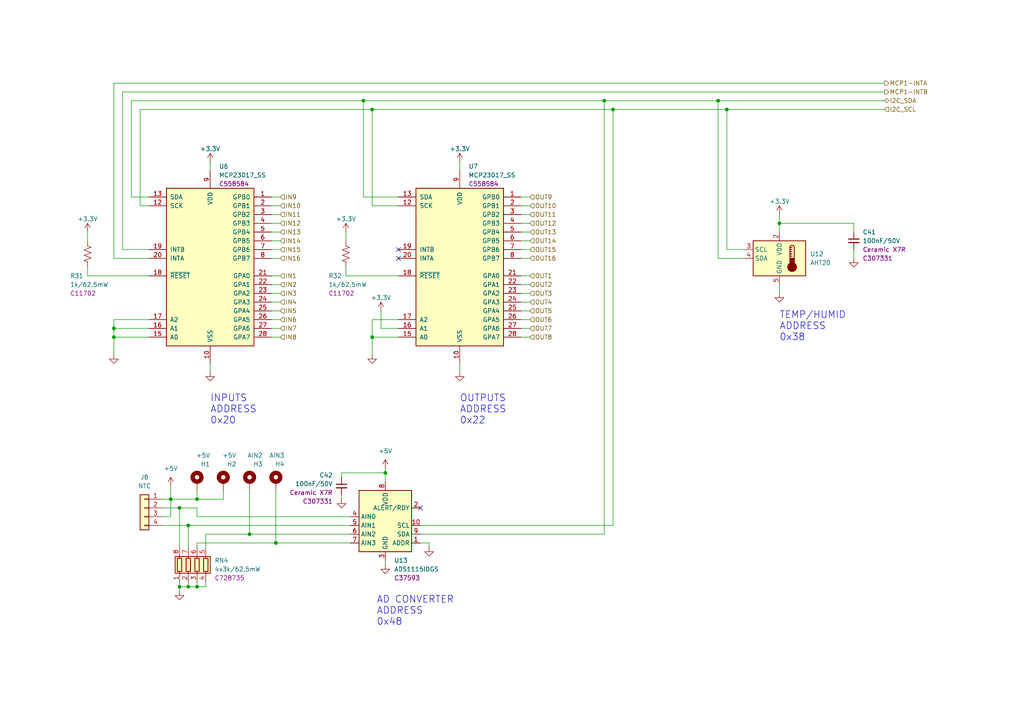
<source format=kicad_sch>
(kicad_sch (version 20250114) (generator "eeschema") (generator_version "9.0")
  (paper "A4")
  (title_block (title "ESP 24V 16xIn/16xOut/4xNTC Module") (date "2025-06-29") (rev "V3.2"))
  (lib_symbols
    (symbol "Analog_ADC:ADS1115IDGS"
      (property "Reference" "U" (at 2.54 13.97 0))
      (property "Value" "ADS1115IDGS" (at 7.62 11.43 0))
      (symbol "ADS1115IDGS_0_1"
        (rectangle (start -7.62 10.16) (end 7.62 -7.62) (stroke (width 0.254)) (fill (type background)))
      )
      (symbol "ADS1115IDGS_1_1"
        (pin input line (at -10.16 2.54 0) (length 2.54) (name "AIN0") (number "4"))
        (pin input line (at -10.16 0 0) (length 2.54) (name "AIN1") (number "5"))
        (pin input line (at -10.16 -2.54 0) (length 2.54) (name "AIN2") (number "6"))
        (pin input line (at -10.16 -5.08 0) (length 2.54) (name "AIN3") (number "7"))
        (pin power_in line (at 0 12.7 270) (length 2.54) (name "VDD") (number "8"))
        (pin power_in line (at 0 -10.16 90) (length 2.54) (name "GND") (number "3"))
        (pin output line (at 10.16 5.08 180) (length 2.54) (name "ALERT/RDY") (number "2"))
        (pin input line (at 10.16 0 180) (length 2.54) (name "SCL") (number "10"))
        (pin bidirectional line (at 10.16 -2.54 180) (length 2.54) (name "SDA") (number "9"))
        (pin input line (at 10.16 -5.08 180) (length 2.54) (name "ADDR") (number "1"))
      )
    )
    (symbol "Connector_Generic:Conn_01x04" (pin_names (offset 1.016) (hide yes))
      (property "Reference" "J" (at 0 5.08 0))
      (property "Value" "Conn_01x04" (at 0 -7.62 0))
      (symbol "Conn_01x04_1_1"
        (rectangle (start -1.27 3.81) (end 1.27 -6.35) (stroke (width 0.254)) (fill (type background)))
        (rectangle (start -1.27 2.667) (end 0 2.413) (stroke (width 0.1524)))
        (rectangle (start -1.27 0.127) (end 0 -0.127) (stroke (width 0.1524)))
        (rectangle (start -1.27 -2.413) (end 0 -2.667) (stroke (width 0.1524)))
        (rectangle (start -1.27 -4.953) (end 0 -5.207) (stroke (width 0.1524)))
        (pin passive line (at -5.08 2.54 0) (length 3.81) (name "Pin_1") (number "1"))
        (pin passive line (at -5.08 0 0) (length 3.81) (name "Pin_2") (number "2"))
        (pin passive line (at -5.08 -2.54 0) (length 3.81) (name "Pin_3") (number "3"))
        (pin passive line (at -5.08 -5.08 0) (length 3.81) (name "Pin_4") (number "4"))
      )
    )
    (symbol "Device:C_Small" (pin_numbers (hide yes)) (pin_names (offset 0.254) (hide yes))
      (property "Reference" "C" (at 0.254 1.778 0))
      (property "Value" "C_Small" (at 0.254 -2.032 0))
      (symbol "C_Small_0_1"
        (polyline (pts (xy -1.524 0.508) (xy 1.524 0.508)) (stroke (width 0.3048)))
        (polyline (pts (xy -1.524 -0.508) (xy 1.524 -0.508)) (stroke (width 0.3302)))
      )
      (symbol "C_Small_1_1"
        (pin passive line (at 0 2.54 270) (length 2.032) (name "~") (number "1"))
        (pin passive line (at 0 -2.54 90) (length 2.032) (name "~") (number "2"))
      )
    )
    (symbol "Device:R_Pack04" (pin_names (offset 0) (hide yes))
      (property "Reference" "RN" (at -7.62 0 90))
      (property "Value" "R_Pack04" (at 5.08 0 90))
      (symbol "R_Pack04_0_1"
        (rectangle (start -6.35 -2.413) (end 3.81 2.413) (stroke (width 0.254)) (fill (type background)))
        (rectangle (start -5.715 1.905) (end -4.445 -1.905) (stroke (width 0.254)))
        (polyline (pts (xy -5.08 1.905) (xy -5.08 2.54)))
        (polyline (pts (xy -5.08 -2.54) (xy -5.08 -1.905)))
        (rectangle (start -3.175 1.905) (end -1.905 -1.905) (stroke (width 0.254)))
        (polyline (pts (xy -2.54 1.905) (xy -2.54 2.54)))
        (polyline (pts (xy -2.54 -2.54) (xy -2.54 -1.905)))
        (rectangle (start -0.635 1.905) (end 0.635 -1.905) (stroke (width 0.254)))
        (polyline (pts (xy 0 1.905) (xy 0 2.54)))
        (polyline (pts (xy 0 -2.54) (xy 0 -1.905)))
        (rectangle (start 1.905 1.905) (end 3.175 -1.905) (stroke (width 0.254)))
        (polyline (pts (xy 2.54 1.905) (xy 2.54 2.54)))
        (polyline (pts (xy 2.54 -2.54) (xy 2.54 -1.905)))
      )
      (symbol "R_Pack04_1_1"
        (pin passive line (at -5.08 5.08 270) (length 2.54) (name "R1.2") (number "8"))
        (pin passive line (at -5.08 -5.08 90) (length 2.54) (name "R1.1") (number "1"))
        (pin passive line (at -2.54 5.08 270) (length 2.54) (name "R2.2") (number "7"))
        (pin passive line (at -2.54 -5.08 90) (length 2.54) (name "R2.1") (number "2"))
        (pin passive line (at 0 5.08 270) (length 2.54) (name "R3.2") (number "6"))
        (pin passive line (at 0 -5.08 90) (length 2.54) (name "R3.1") (number "3"))
        (pin passive line (at 2.54 5.08 270) (length 2.54) (name "R4.2") (number "5"))
        (pin passive line (at 2.54 -5.08 90) (length 2.54) (name "R4.1") (number "4"))
      )
    )
    (symbol "Device:R_US" (pin_numbers (hide yes)) (pin_names (offset 0))
      (property "Reference" "R" (at 2.54 0 90))
      (property "Value" "R_US" (at -2.54 0 90))
      (symbol "R_US_0_1"
        (polyline (pts (xy 0 2.286) (xy 0 2.54)))
        (polyline (pts (xy 0 2.286) (xy 1.016 1.905) (xy 0 1.524) (xy -1.016 1.143) (xy 0 0.762)))
        (polyline (pts (xy 0 0.762) (xy 1.016 0.381) (xy 0 0) (xy -1.016 -0.381) (xy 0 -0.762)))
        (polyline (pts (xy 0 -0.762) (xy 1.016 -1.143) (xy 0 -1.524) (xy -1.016 -1.905) (xy 0 -2.286)))
        (polyline (pts (xy 0 -2.286) (xy 0 -2.54)))
      )
      (symbol "R_US_1_1"
        (pin passive line (at 0 3.81 270) (length 1.27) (name "~") (number "1"))
        (pin passive line (at 0 -3.81 90) (length 1.27) (name "~") (number "2"))
      )
    )
    (symbol "Interface_Expansion:MCP23017_SS" (pin_names (offset 1.016))
      (property "Reference" "U" (at -11.43 24.13 0))
      (property "Value" "MCP23017_SS" (at 0 0 0))
      (symbol "MCP23017_SS_0_1"
        (rectangle (start -12.7 22.86) (end 12.7 -22.86) (stroke (width 0.254)) (fill (type background)))
      )
      (symbol "MCP23017_SS_1_1"
        (pin bidirectional line (at -17.78 20.32 0) (length 5.08) (name "SDA") (number "13"))
        (pin input line (at -17.78 17.78 0) (length 5.08) (name "SCK") (number "12"))
        (pin tri_state line (at -17.78 5.08 0) (length 5.08) (name "INTB") (number "19"))
        (pin tri_state line (at -17.78 2.54 0) (length 5.08) (name "INTA") (number "20"))
        (pin input line (at -17.78 -2.54 0) (length 5.08) (name "~{RESET}") (number "18"))
        (pin input line (at -17.78 -15.24 0) (length 5.08) (name "A2") (number "17"))
        (pin input line (at -17.78 -17.78 0) (length 5.08) (name "A1") (number "16"))
        (pin input line (at -17.78 -20.32 0) (length 5.08) (name "A0") (number "15"))
        (pin no_connect line (at -12.7 15.24 0) (length 5.08) (hide yes) (name "NC") (number "11"))
        (pin no_connect line (at -12.7 12.7 0) (length 5.08) (hide yes) (name "NC") (number "14"))
        (pin power_in line (at 0 27.94 270) (length 5.08) (name "VDD") (number "9"))
        (pin power_in line (at 0 -27.94 90) (length 5.08) (name "VSS") (number "10"))
        (pin bidirectional line (at 17.78 20.32 180) (length 5.08) (name "GPB0") (number "1"))
        (pin bidirectional line (at 17.78 17.78 180) (length 5.08) (name "GPB1") (number "2"))
        (pin bidirectional line (at 17.78 15.24 180) (length 5.08) (name "GPB2") (number "3"))
        (pin bidirectional line (at 17.78 12.7 180) (length 5.08) (name "GPB3") (number "4"))
        (pin bidirectional line (at 17.78 10.16 180) (length 5.08) (name "GPB4") (number "5"))
        (pin bidirectional line (at 17.78 7.62 180) (length 5.08) (name "GPB5") (number "6"))
        (pin bidirectional line (at 17.78 5.08 180) (length 5.08) (name "GPB6") (number "7"))
        (pin bidirectional line (at 17.78 2.54 180) (length 5.08) (name "GPB7") (number "8"))
        (pin bidirectional line (at 17.78 -2.54 180) (length 5.08) (name "GPA0") (number "21"))
        (pin bidirectional line (at 17.78 -5.08 180) (length 5.08) (name "GPA1") (number "22"))
        (pin bidirectional line (at 17.78 -7.62 180) (length 5.08) (name "GPA2") (number "23"))
        (pin bidirectional line (at 17.78 -10.16 180) (length 5.08) (name "GPA3") (number "24"))
        (pin bidirectional line (at 17.78 -12.7 180) (length 5.08) (name "GPA4") (number "25"))
        (pin bidirectional line (at 17.78 -15.24 180) (length 5.08) (name "GPA5") (number "26"))
        (pin bidirectional line (at 17.78 -17.78 180) (length 5.08) (name "GPA6") (number "27"))
        (pin bidirectional line (at 17.78 -20.32 180) (length 5.08) (name "GPA7") (number "28"))
      )
    )
    (symbol "Mechanical:MountingHole_Pad" (pin_numbers (hide yes)) (pin_names (offset 1.016) (hide yes)) (exclude_from_sim yes) (in_bom no)
      (property "Reference" "H" (at 0 6.35 0))
      (property "Value" "MountingHole_Pad" (at 0 4.445 0))
      (symbol "MountingHole_Pad_0_1"
        (circle (center 0 1.27) (radius 1.27) (stroke (width 1.27)))
      )
      (symbol "MountingHole_Pad_1_1"
        (pin input line (at 0 -2.54 90) (length 2.54) (name "1") (number "1"))
      )
    )
    (symbol "Tales:AHT20"
      (property "Reference" "U" (at -6.35 6.35 0))
      (property "Value" "AHT20" (at 7.62 6.35 0))
      (symbol "AHT20_0_1"
        (rectangle (start -7.62 5.08) (end 7.62 -5.08) (stroke (width 0.254)) (fill (type background)))
      )
      (symbol "AHT20_1_1"
        (polyline (pts (xy 3.048 3.175) (xy 3.048 0)) (stroke (width 0.254)))
        (polyline (pts (xy 3.048 3.175) (xy 3.683 3.175)) (stroke (width 0.254)))
        (polyline (pts (xy 3.048 2.54) (xy 3.683 2.54)) (stroke (width 0.254)))
        (polyline (pts (xy 3.048 1.905) (xy 3.683 1.905)) (stroke (width 0.254)))
        (polyline (pts (xy 3.048 1.27) (xy 3.683 1.27)) (stroke (width 0.254)))
        (polyline (pts (xy 3.048 0.635) (xy 3.683 0.635)) (stroke (width 0.254)))
        (arc (start 3.048 3.175) (mid 3.683 3.8073) (end 4.318 3.175) (stroke (width 0.254)))
        (circle (center 3.683 -2.54) (radius 1.27) (stroke (width 0.254)) (fill (type outline)))
        (polyline (pts (xy 4.318 3.175) (xy 4.318 0)) (stroke (width 0.254)))
        (rectangle (start 4.318 -1.905) (end 3.048 0) (stroke (width 0.254)) (fill (type outline)))
        (pin input line (at -10.16 2.54 0) (length 2.54) (name "SCL") (number "3"))
        (pin bidirectional line (at -10.16 0 0) (length 2.54) (name "SDA") (number "4"))
        (pin power_in line (at 0 7.62 270) (length 2.54) (name "VDD") (number "2"))
        (pin power_in line (at 0 -7.62 90) (length 2.54) (name "GND") (number "5"))
        (pin no_connect line (at 7.62 2.54 180) (length 2.54) (hide yes) (name "NC") (number "1"))
        (pin no_connect line (at 7.62 -2.54 180) (length 2.54) (hide yes) (name "NC") (number "6"))
      )
    )
    (symbol "power:+3.3V" (power) (pin_numbers (hide yes)) (pin_names (offset 0) (hide yes))
      (property "Value" "+3.3V" (at 0 3.556 0))
      (symbol "+3.3V_0_1"
        (polyline (pts (xy -0.762 1.27) (xy 0 2.54)))
        (polyline (pts (xy 0 2.54) (xy 0.762 1.27)))
        (polyline (pts (xy 0 0) (xy 0 2.54)))
      )
      (symbol "+3.3V_1_1"
        (pin power_in line (at 0 0 90) (length 0) (name "~") (number "1"))
      )
    )
    (symbol "power:+5V" (power) (pin_numbers (hide yes)) (pin_names (offset 0) (hide yes))
      (property "Value" "+5V" (at 0 3.556 0))
      (symbol "+5V_0_1"
        (polyline (pts (xy -0.762 1.27) (xy 0 2.54)))
        (polyline (pts (xy 0 2.54) (xy 0.762 1.27)))
        (polyline (pts (xy 0 0) (xy 0 2.54)))
      )
      (symbol "+5V_1_1"
        (pin power_in line (at 0 0 90) (length 0) (name "~") (number "1"))
      )
    )
    (symbol "power:GND" (power) (pin_numbers (hide yes)) (pin_names (offset 0) (hide yes))
      (property "Value" "GND" (at 0 -3.81 0))
      (symbol "GND_0_1"
        (polyline (pts (xy 0 0) (xy 0 -1.27) (xy 1.27 -1.27) (xy 0 -2.54) (xy -1.27 -1.27) (xy 0 -1.27)))
      )
      (symbol "GND_1_1"
        (pin power_in line (at 0 0 270) (length 0) (name "~") (number "1"))
      )
    )
  )
  (text "OUTPUTS\nADDRESS\n0x22" (at 133.35 123.19 0) (effects (font (size 2 2)) (justify left bottom)))
  (text "INPUTS\nADDRESS\n0x20" (at 60.96 123.19 0) (effects (font (size 2 2)) (justify left bottom)))
  (text "TEMP/HUMID\nADDRESS\n0x38" (at 226.06 99.06 0) (effects (font (size 2 2)) (justify left bottom)))
  (text "AD CONVERTER\nADDRESS\n0x48" (at 109.22 181.61 0) (effects (font (size 2 2)) (justify left bottom)))
  (junction (at 80.01 157.48))
  (junction (at 226.06 64.77))
  (junction (at 52.07 147.32))
  (junction (at 107.95 31.75))
  (junction (at 33.02 95.25))
  (junction (at 72.39 154.94))
  (junction (at 177.8 31.75))
  (junction (at 210.82 31.75))
  (junction (at 49.53 144.78))
  (junction (at 57.15 144.78))
  (junction (at 111.76 137.16))
  (junction (at 208.28 29.21))
  (junction (at 57.15 170.18))
  (junction (at 54.61 170.18))
  (junction (at 175.26 29.21))
  (junction (at 54.61 152.4))
  (junction (at 52.07 170.18))
  (junction (at 107.95 97.79))
  (junction (at 33.02 97.79))
  (junction (at 105.41 29.21))
  (no_connect (at 121.92 147.32))
  (no_connect (at 115.57 74.93))
  (no_connect (at 115.57 72.39))
  (wire (pts (xy 226.06 64.77) (xy 226.06 67.31)))
  (wire (pts (xy 59.69 170.18) (xy 57.15 170.18)))
  (wire (pts (xy 175.26 154.94) (xy 175.26 29.21)))
  (wire (pts (xy 64.77 142.24) (xy 64.77 144.78)))
  (wire (pts (xy 64.77 144.78) (xy 57.15 144.78)))
  (wire (pts (xy 40.64 59.69) (xy 40.64 31.75)))
  (wire (pts (xy 80.01 157.48) (xy 80.01 142.24)))
  (wire (pts (xy 177.8 152.4) (xy 177.8 31.75)))
  (wire (pts (xy 49.53 149.86) (xy 49.53 144.78)))
  (wire (pts (xy 81.28 72.39) (xy 78.74 72.39)))
  (wire (pts (xy 59.69 168.91) (xy 59.69 170.18)))
  (wire (pts (xy 54.61 170.18) (xy 52.07 170.18)))
  (wire (pts (xy 25.4 77.47) (xy 25.4 80.01)))
  (wire (pts (xy 38.1 29.21) (xy 105.41 29.21)))
  (wire (pts (xy 115.57 57.15) (xy 105.41 57.15)))
  (wire (pts (xy 33.02 97.79) (xy 43.18 97.79)))
  (wire (pts (xy 81.28 92.71) (xy 78.74 92.71)))
  (wire (pts (xy 81.28 80.01) (xy 78.74 80.01)))
  (wire (pts (xy 33.02 102.87) (xy 33.02 97.79)))
  (wire (pts (xy 46.99 149.86) (xy 49.53 149.86)))
  (wire (pts (xy 105.41 57.15) (xy 105.41 29.21)))
  (wire (pts (xy 52.07 147.32) (xy 52.07 158.75)))
  (wire (pts (xy 52.07 170.18) (xy 52.07 171.45)))
  (wire (pts (xy 115.57 59.69) (xy 107.95 59.69)))
  (wire (pts (xy 247.65 67.31) (xy 247.65 64.77)))
  (wire (pts (xy 46.99 147.32) (xy 52.07 147.32)))
  (wire (pts (xy 81.28 85.09) (xy 78.74 85.09)))
  (wire (pts (xy 81.28 87.63) (xy 78.74 87.63)))
  (wire (pts (xy 57.15 168.91) (xy 57.15 170.18)))
  (wire (pts (xy 57.15 149.86) (xy 57.15 147.32)))
  (wire (pts (xy 33.02 74.93) (xy 43.18 74.93)))
  (wire (pts (xy 35.56 72.39) (xy 43.18 72.39)))
  (wire (pts (xy 43.18 95.25) (xy 33.02 95.25)))
  (wire (pts (xy 81.28 97.79) (xy 78.74 97.79)))
  (wire (pts (xy 153.67 82.55) (xy 151.13 82.55)))
  (wire (pts (xy 46.99 152.4) (xy 54.61 152.4)))
  (wire (pts (xy 60.96 105.41) (xy 60.96 107.95)))
  (wire (pts (xy 81.28 95.25) (xy 78.74 95.25)))
  (wire (pts (xy 57.15 157.48) (xy 57.15 158.75)))
  (wire (pts (xy 100.33 80.01) (xy 115.57 80.01)))
  (wire (pts (xy 115.57 95.25) (xy 110.49 95.25)))
  (wire (pts (xy 33.02 95.25) (xy 33.02 97.79)))
  (wire (pts (xy 60.96 46.99) (xy 60.96 49.53)))
  (wire (pts (xy 57.15 142.24) (xy 57.15 144.78)))
  (wire (pts (xy 81.28 82.55) (xy 78.74 82.55)))
  (wire (pts (xy 57.15 157.48) (xy 80.01 157.48)))
  (wire (pts (xy 153.67 90.17) (xy 151.13 90.17)))
  (wire (pts (xy 153.67 72.39) (xy 151.13 72.39)))
  (wire (pts (xy 208.28 29.21) (xy 256.54 29.21)))
  (wire (pts (xy 80.01 157.48) (xy 101.6 157.48)))
  (wire (pts (xy 215.9 72.39) (xy 210.82 72.39)))
  (wire (pts (xy 153.67 97.79) (xy 151.13 97.79)))
  (wire (pts (xy 52.07 168.91) (xy 52.07 170.18)))
  (wire (pts (xy 81.28 69.85) (xy 78.74 69.85)))
  (wire (pts (xy 121.92 154.94) (xy 175.26 154.94)))
  (wire (pts (xy 59.69 154.94) (xy 59.69 158.75)))
  (wire (pts (xy 177.8 31.75) (xy 210.82 31.75)))
  (wire (pts (xy 100.33 77.47) (xy 100.33 80.01)))
  (wire (pts (xy 121.92 152.4) (xy 177.8 152.4)))
  (wire (pts (xy 54.61 152.4) (xy 101.6 152.4)))
  (wire (pts (xy 33.02 74.93) (xy 33.02 24.13)))
  (wire (pts (xy 153.67 64.77) (xy 151.13 64.77)))
  (wire (pts (xy 124.46 157.48) (xy 121.92 157.48)))
  (wire (pts (xy 101.6 149.86) (xy 57.15 149.86)))
  (wire (pts (xy 54.61 152.4) (xy 54.61 158.75)))
  (wire (pts (xy 247.65 72.39) (xy 247.65 74.93)))
  (wire (pts (xy 57.15 144.78) (xy 49.53 144.78)))
  (wire (pts (xy 153.67 59.69) (xy 151.13 59.69)))
  (wire (pts (xy 107.95 102.87) (xy 107.95 97.79)))
  (wire (pts (xy 81.28 90.17) (xy 78.74 90.17)))
  (wire (pts (xy 99.06 137.16) (xy 111.76 137.16)))
  (wire (pts (xy 153.67 85.09) (xy 151.13 85.09)))
  (wire (pts (xy 57.15 170.18) (xy 54.61 170.18)))
  (wire (pts (xy 107.95 59.69) (xy 107.95 31.75)))
  (wire (pts (xy 43.18 59.69) (xy 40.64 59.69)))
  (wire (pts (xy 107.95 97.79) (xy 115.57 97.79)))
  (wire (pts (xy 111.76 162.56) (xy 111.76 163.83)))
  (wire (pts (xy 72.39 142.24) (xy 72.39 154.94)))
  (wire (pts (xy 81.28 64.77) (xy 78.74 64.77)))
  (wire (pts (xy 99.06 143.51) (xy 99.06 144.78)))
  (wire (pts (xy 153.67 69.85) (xy 151.13 69.85)))
  (wire (pts (xy 110.49 95.25) (xy 110.49 90.17)))
  (wire (pts (xy 46.99 144.78) (xy 49.53 144.78)))
  (wire (pts (xy 153.67 80.01) (xy 151.13 80.01)))
  (wire (pts (xy 133.35 46.99) (xy 133.35 49.53)))
  (wire (pts (xy 115.57 92.71) (xy 107.95 92.71)))
  (wire (pts (xy 43.18 92.71) (xy 33.02 92.71)))
  (wire (pts (xy 25.4 67.31) (xy 25.4 69.85)))
  (wire (pts (xy 81.28 57.15) (xy 78.74 57.15)))
  (wire (pts (xy 215.9 74.93) (xy 208.28 74.93)))
  (wire (pts (xy 175.26 29.21) (xy 208.28 29.21)))
  (wire (pts (xy 81.28 67.31) (xy 78.74 67.31)))
  (wire (pts (xy 105.41 29.21) (xy 175.26 29.21)))
  (wire (pts (xy 210.82 72.39) (xy 210.82 31.75)))
  (wire (pts (xy 35.56 72.39) (xy 35.56 26.67)))
  (wire (pts (xy 25.4 80.01) (xy 43.18 80.01)))
  (wire (pts (xy 210.82 31.75) (xy 256.54 31.75)))
  (wire (pts (xy 153.67 67.31) (xy 151.13 67.31)))
  (wire (pts (xy 247.65 64.77) (xy 226.06 64.77)))
  (wire (pts (xy 81.28 62.23) (xy 78.74 62.23)))
  (wire (pts (xy 54.61 168.91) (xy 54.61 170.18)))
  (wire (pts (xy 40.64 31.75) (xy 107.95 31.75)))
  (wire (pts (xy 133.35 105.41) (xy 133.35 107.95)))
  (wire (pts (xy 35.56 26.67) (xy 256.54 26.67)))
  (wire (pts (xy 226.06 82.55) (xy 226.06 85.09)))
  (wire (pts (xy 107.95 92.71) (xy 107.95 97.79)))
  (wire (pts (xy 59.69 154.94) (xy 72.39 154.94)))
  (wire (pts (xy 81.28 74.93) (xy 78.74 74.93)))
  (wire (pts (xy 107.95 31.75) (xy 177.8 31.75)))
  (wire (pts (xy 57.15 147.32) (xy 52.07 147.32)))
  (wire (pts (xy 81.28 59.69) (xy 78.74 59.69)))
  (wire (pts (xy 153.67 87.63) (xy 151.13 87.63)))
  (wire (pts (xy 100.33 67.31) (xy 100.33 69.85)))
  (wire (pts (xy 153.67 57.15) (xy 151.13 57.15)))
  (wire (pts (xy 153.67 74.93) (xy 151.13 74.93)))
  (wire (pts (xy 226.06 62.23) (xy 226.06 64.77)))
  (wire (pts (xy 153.67 62.23) (xy 151.13 62.23)))
  (wire (pts (xy 208.28 74.93) (xy 208.28 29.21)))
  (wire (pts (xy 153.67 95.25) (xy 151.13 95.25)))
  (wire (pts (xy 49.53 144.78) (xy 49.53 140.97)))
  (wire (pts (xy 111.76 135.89) (xy 111.76 137.16)))
  (wire (pts (xy 33.02 24.13) (xy 256.54 24.13)))
  (wire (pts (xy 111.76 137.16) (xy 111.76 139.7)))
  (wire (pts (xy 33.02 92.71) (xy 33.02 95.25)))
  (wire (pts (xy 72.39 154.94) (xy 101.6 154.94)))
  (wire (pts (xy 38.1 57.15) (xy 38.1 29.21)))
  (wire (pts (xy 124.46 158.75) (xy 124.46 157.48)))
  (wire (pts (xy 99.06 138.43) (xy 99.06 137.16)))
  (wire (pts (xy 153.67 92.71) (xy 151.13 92.71)))
  (wire (pts (xy 43.18 57.15) (xy 38.1 57.15)))
  (hierarchical_label "IN1" (shape input) (at 81.28 80.01 0))
  (hierarchical_label "I2C_SDA" (shape bidirectional) (at 256.54 29.21 0))
  (hierarchical_label "OUT8" (shape input) (at 153.67 97.79 0))
  (hierarchical_label "OUT14" (shape input) (at 153.67 69.85 0))
  (hierarchical_label "IN10" (shape input) (at 81.28 59.69 0))
  (hierarchical_label "OUT4" (shape input) (at 153.67 87.63 0))
  (hierarchical_label "OUT13" (shape input) (at 153.67 67.31 0))
  (hierarchical_label "OUT2" (shape input) (at 153.67 82.55 0))
  (hierarchical_label "OUT7" (shape input) (at 153.67 95.25 0))
  (hierarchical_label "IN14" (shape input) (at 81.28 69.85 0))
  (hierarchical_label "OUT16" (shape input) (at 153.67 74.93 0))
  (hierarchical_label "IN5" (shape input) (at 81.28 90.17 0))
  (hierarchical_label "OUT1" (shape input) (at 153.67 80.01 0))
  (hierarchical_label "IN15" (shape input) (at 81.28 72.39 0))
  (hierarchical_label "IN2" (shape input) (at 81.28 82.55 0))
  (hierarchical_label "OUT12" (shape input) (at 153.67 64.77 0))
  (hierarchical_label "IN3" (shape input) (at 81.28 85.09 0))
  (hierarchical_label "IN11" (shape input) (at 81.28 62.23 0))
  (hierarchical_label "IN16" (shape input) (at 81.28 74.93 0))
  (hierarchical_label "I2C_SCL" (shape input) (at 256.54 31.75 0))
  (hierarchical_label "IN8" (shape input) (at 81.28 97.79 0))
  (hierarchical_label "OUT6" (shape input) (at 153.67 92.71 0))
  (hierarchical_label "OUT15" (shape input) (at 153.67 72.39 0))
  (hierarchical_label "IN4" (shape input) (at 81.28 87.63 0))
  (hierarchical_label "IN13" (shape input) (at 81.28 67.31 0))
  (hierarchical_label "OUT11" (shape input) (at 153.67 62.23 0))
  (hierarchical_label "MCP1-INTA" (shape output) (at 256.54 24.13 0))
  (hierarchical_label "OUT9" (shape input) (at 153.67 57.15 0))
  (hierarchical_label "IN6" (shape input) (at 81.28 92.71 0))
  (hierarchical_label "MCP1-INTB" (shape output) (at 256.54 26.67 0))
  (hierarchical_label "IN7" (shape input) (at 81.28 95.25 0))
  (hierarchical_label "OUT5" (shape input) (at 153.67 90.17 0))
  (hierarchical_label "OUT3" (shape input) (at 153.67 85.09 0))
  (hierarchical_label "IN12" (shape input) (at 81.28 64.77 0))
  (hierarchical_label "OUT10" (shape input) (at 153.67 59.69 0))
  (hierarchical_label "IN9" (shape input) (at 81.28 57.15 0))
  (symbol (lib_id "power:+5V") (at 49.53 140.97 0) (unit 1)
    (property "Reference" "#PWR047" (effects (hide yes)))
    (property "Value" "+5V" (at 49.53 135.89 0))
    (property "Description" "Power symbol creates a global label with name \"+5V\"" (effects (hide yes)))
  )
  (symbol (lib_id "Interface_Expansion:MCP23017_SS") (at 60.96 77.47 0) (unit 1)
    (property "Reference" "U6" (at 63.5 48.26 0) (effects (justify left)))
    (property "Value" "MCP23017_SS" (at 63.5 50.8 0) (effects (justify left)))
    (property "Footprint" "Tales:SSOP-28_5.3x10.2mm_P0.65mm" (effects (hide yes)))
    (property "Datasheet" "http://ww1.microchip.com/downloads/en/DeviceDoc/20001952C.pdf" (effects (hide yes)))
    (property "JLCPCB BOM" "1" (effects (hide yes)))
    (property "Case" "SSOP-28-5.3" (effects (hide yes)))
    (property "LCSC Part #" "C558584" (at 63.5 53.34 0) (effects (justify left)))
    (property "Mfr" "Microchip" (effects (hide yes)))
    (property "Mfr PN" "MCP23017T-E/SS" (effects (hide yes)))
    (property "Vendor" "JLCPCB" (effects (hide yes)))
    (property "Vendor PN" "C558584" (effects (hide yes)))
  )
  (symbol (lib_id "power:GND") (at 107.95 102.87 0) (unit 1)
    (property "Reference" "#PWR069" (effects (hide yes)))
    (property "Value" "GND" (effects (hide yes)))
    (property "Description" "Power symbol creates a global label with name \"GND\" , ground" (effects (hide yes)))
  )
  (symbol (lib_id "power:+3.3V") (at 133.35 46.99 0) (unit 1)
    (property "Reference" "#PWR071" (effects (hide yes)))
    (property "Value" "+3.3V" (at 133.35 43.18 0))
    (property "Description" "Power symbol creates a global label with name \"+3.3V\"" (effects (hide yes)))
  )
  (symbol (lib_id "Connector_Generic:Conn_01x04") (at 41.91 147.32 0) (mirror y) (unit 1)
    (property "Reference" "J8" (at 41.91 138.43 0))
    (property "Value" "NTC" (at 41.91 140.97 0))
    (property "Footprint" "Tales:TerminalBlock_Dibo_DB141V-2.54-4P_1x04_P2.54mm_Vertical" (effects (hide yes)))
    (property "Description" "Generic connector, single row, 01x04, script generated (kicad-library-utils/schlib/autogen/connector/)" (effects (hide yes)))
    (property "JLCPCB BOM" "1" (effects (hide yes)))
    (property "LCSC Part #" "C2898746" (effects (hide yes)))
    (property "Mfr" "DIBO" (effects (hide yes)))
    (property "Mfr PN" "DB141V-2.54-4P" (effects (hide yes)))
    (property "Vendor" "JLCPCB" (effects (hide yes)))
    (property "Vendor PN" "C2898746" (effects (hide yes)))
  )
  (symbol (lib_id "Analog_ADC:ADS1115IDGS") (at 111.76 152.4 0) (unit 1)
    (property "Reference" "U13" (at 114.3 162.56 0) (effects (justify left)))
    (property "Value" "ADS1115IDGS" (at 114.3 165.1 0) (effects (justify left)))
    (property "Footprint" "Package_SO:TSSOP-10_3x3mm_P0.5mm" (effects (hide yes)))
    (property "JLCPCB BOM" "1" (effects (hide yes)))
    (property "LCSC Part #" "C37593" (at 114.3 167.64 0) (effects (justify left)))
    (property "Mfr" "Texas Instruments" (effects (hide yes)))
    (property "Mfr PN" "ADS1115IDGSR" (effects (hide yes)))
    (property "Package" "VSSOP-10" (effects (hide yes)))
    (property "Vendor" "JLCPCB" (effects (hide yes)))
    (property "Vendor PN" "C37593" (effects (hide yes)))
    (property "Case" "TSSOP-10" (effects (hide yes)))
  )
  (symbol (lib_id "power:GND") (at 111.76 163.83 0) (unit 1)
    (property "Reference" "#PWR0194" (effects (hide yes)))
    (property "Value" "GND" (effects (hide yes)))
    (property "Description" "Power symbol creates a global label with name \"GND\" , ground" (effects (hide yes)))
  )
  (symbol (lib_id "power:GND") (at 247.65 74.93 0) (unit 1)
    (property "Reference" "#PWR046" (effects (hide yes)))
    (property "Value" "GND" (effects (hide yes)))
    (property "Description" "Power symbol creates a global label with name \"GND\" , ground" (effects (hide yes)))
  )
  (symbol (lib_id "Device:R_US") (at 25.4 73.66 0) (unit 1)
    (property "Reference" "R31" (at 20.32 80.01 0) (effects (justify left)))
    (property "Value" "1k/62,5mW" (at 20.32 82.55 0) (effects (justify left)))
    (property "Footprint" "Tales:R_0402_1005Metric" (effects (hide yes)))
    (property "Case" "0402/1005" (effects (hide yes)))
    (property "LCSC Part #" "C11702" (at 20.32 85.09 0) (effects (justify left)))
    (property "Mfr" "Uniroyal" (effects (hide yes)))
    (property "Mfr PN" "0402WGF1001TCE" (effects (hide yes)))
    (property "Vendor" "JLCPCB" (effects (hide yes)))
    (property "Vendor PN" "C11702" (effects (hide yes)))
    (property "JLCPCB BOM" "1" (effects (hide yes)))
  )
  (symbol (lib_id "power:GND") (at 99.06 144.78 0) (unit 1)
    (property "Reference" "#PWR0192" (effects (hide yes)))
    (property "Value" "GND" (effects (hide yes)))
    (property "Description" "Power symbol creates a global label with name \"GND\" , ground" (effects (hide yes)))
  )
  (symbol (lib_id "power:GND") (at 33.02 102.87 0) (unit 1)
    (property "Reference" "#PWR065" (effects (hide yes)))
    (property "Value" "GND" (effects (hide yes)))
    (property "Description" "Power symbol creates a global label with name \"GND\" , ground" (effects (hide yes)))
  )
  (symbol (lib_id "Device:C_Small") (at 247.65 69.85 0) (unit 1)
    (property "Reference" "C41" (at 250.19 67.31 0) (effects (justify left)))
    (property "Value" "100nF/50V" (at 250.19 69.85 0) (effects (justify left)))
    (property "Footprint" "Tales:C_0402_1005Metric" (effects (hide yes)))
    (property "JLCPCB BOM" "1" (effects (hide yes)))
    (property "Technology" "Ceramic X7R" (at 250.19 72.39 0) (effects (justify left)))
    (property "LCSC Part #" "C307331" (at 250.19 74.93 0) (effects (justify left)))
    (property "Mfr" "Samsung" (effects (hide yes)))
    (property "Mfr PN" "CL05B104KB54PNC" (effects (hide yes)))
    (property "Vendor" "JLCPCB" (effects (hide yes)))
    (property "Vendor PN" "C307331" (effects (hide yes)))
    (property "Package" "0402/1005" (effects (hide yes)))
    (property "Case" "0402/1005" (effects (hide yes)))
  )
  (symbol (lib_id "Device:C_Small") (at 99.06 140.97 0) (unit 1)
    (property "Reference" "C42" (at 96.52 137.8013 0) (effects (justify right)))
    (property "Value" "100nF/50V" (at 96.52 140.3413 0) (effects (justify right)))
    (property "Footprint" "Tales:C_0402_1005Metric" (effects (hide yes)))
    (property "JLCPCB BOM" "1" (effects (hide yes)))
    (property "Technology" "Ceramic X7R" (at 96.52 142.8813 0) (effects (justify right)))
    (property "LCSC Part #" "C307331" (at 96.52 145.4213 0) (effects (justify right)))
    (property "Mfr" "Samsung" (effects (hide yes)))
    (property "Mfr PN" "CL05B104KB54PNC" (effects (hide yes)))
    (property "Vendor" "JLCPCB" (effects (hide yes)))
    (property "Vendor PN" "C307331" (effects (hide yes)))
    (property "Package" "0402/1005" (effects (hide yes)))
    (property "Case" "0402/1005" (effects (hide yes)))
  )
  (symbol (lib_id "power:GND") (at 124.46 158.75 0) (unit 1)
    (property "Reference" "#PWR0195" (effects (hide yes)))
    (property "Value" "GND" (effects (hide yes)))
    (property "Description" "Power symbol creates a global label with name \"GND\" , ground" (effects (hide yes)))
  )
  (symbol (lib_id "Mechanical:MountingHole_Pad") (at 57.15 139.7 0) (unit 1) (exclude_from_sim yes) (in_bom no)
    (property "Reference" "H1" (at 60.96 134.62 0) (effects (justify right)))
    (property "Value" "+5V" (at 60.96 132.08 0) (effects (justify right)))
    (property "Footprint" "TestPoint:TestPoint_Pad_2.5x2.5mm" (effects (hide yes)))
    (property "Description" "Mounting Hole with connection" (effects (hide yes)))
  )
  (symbol (lib_id "power:+3.3V") (at 100.33 67.31 0) (unit 1)
    (property "Reference" "#PWR068" (effects (hide yes)))
    (property "Value" "+3.3V" (at 100.33 63.5 0))
    (property "Description" "Power symbol creates a global label with name \"+3.3V\"" (effects (hide yes)))
  )
  (symbol (lib_id "power:+3.3V") (at 226.06 62.23 0) (unit 1)
    (property "Reference" "#PWR043" (effects (hide yes)))
    (property "Value" "+3.3V" (at 226.06 58.42 0))
    (property "Description" "Power symbol creates a global label with name \"+3.3V\"" (effects (hide yes)))
  )
  (symbol (lib_id "Interface_Expansion:MCP23017_SS") (at 133.35 77.47 0) (unit 1)
    (property "Reference" "U7" (at 135.89 48.26 0) (effects (justify left)))
    (property "Value" "MCP23017_SS" (at 135.89 50.8 0) (effects (justify left)))
    (property "Footprint" "Tales:SSOP-28_5.3x10.2mm_P0.65mm" (effects (hide yes)))
    (property "Datasheet" "http://ww1.microchip.com/downloads/en/DeviceDoc/20001952C.pdf" (effects (hide yes)))
    (property "JLCPCB BOM" "1" (effects (hide yes)))
    (property "Case" "SSOP-28-5.3" (effects (hide yes)))
    (property "LCSC Part #" "C558584" (at 135.89 53.34 0) (effects (justify left)))
    (property "Mfr" "Microchip" (effects (hide yes)))
    (property "Mfr PN" "MCP23017T-E/SS" (effects (hide yes)))
    (property "Vendor" "JLCPCB" (effects (hide yes)))
    (property "Vendor PN" "C558584" (effects (hide yes)))
  )
  (symbol (lib_id "Mechanical:MountingHole_Pad") (at 64.77 139.7 0) (unit 1) (exclude_from_sim yes) (in_bom no)
    (property "Reference" "H2" (at 68.58 134.62 0) (effects (justify right)))
    (property "Value" "+5V" (at 68.58 132.08 0) (effects (justify right)))
    (property "Footprint" "TestPoint:TestPoint_Pad_2.5x2.5mm" (effects (hide yes)))
    (property "Description" "Mounting Hole with connection" (effects (hide yes)))
  )
  (symbol (lib_id "power:+3.3V") (at 110.49 90.17 0) (unit 1)
    (property "Reference" "#PWR070" (effects (hide yes)))
    (property "Value" "+3.3V" (at 110.49 86.36 0))
    (property "Description" "Power symbol creates a global label with name \"+3.3V\"" (effects (hide yes)))
  )
  (symbol (lib_id "Mechanical:MountingHole_Pad") (at 80.01 139.7 0) (unit 1) (exclude_from_sim yes) (in_bom no)
    (property "Reference" "H4" (at 82.55 134.62 0) (effects (justify right)))
    (property "Value" "AIN3" (at 82.55 132.08 0) (effects (justify right)))
    (property "Footprint" "TestPoint:TestPoint_Pad_2.5x2.5mm" (effects (hide yes)))
    (property "Description" "Mounting Hole with connection" (effects (hide yes)))
  )
  (symbol (lib_id "power:+3.3V") (at 25.4 67.31 0) (unit 1)
    (property "Reference" "#PWR064" (effects (hide yes)))
    (property "Value" "+3.3V" (at 25.4 63.5 0))
    (property "Description" "Power symbol creates a global label with name \"+3.3V\"" (effects (hide yes)))
  )
  (symbol (lib_id "Tales:AHT20") (at 226.06 74.93 0) (unit 1)
    (property "Reference" "U12" (at 234.95 73.6599 0) (effects (justify left)))
    (property "Value" "AHT20" (at 234.95 76.1999 0) (effects (justify left)))
    (property "Footprint" "Tales:DFN-6-3x3mm_P1mm" (effects (hide yes)))
    (property "Description" "I2C Temperature Sensor, ±0.3ºC, DFN-6" (effects (hide yes)))
    (property "Case" "DFN-6" (effects (hide yes)))
    (property "JLCPCB BOM" "1" (effects (hide yes)))
    (property "LCSC Part #" "C2757850" (effects (hide yes)))
    (property "Mfr" "Aosong" (effects (hide yes)))
    (property "Mfr PN" "AHT20" (effects (hide yes)))
    (property "Vendor" "JLCPCB" (effects (hide yes)))
    (property "Vendor PN" "C2757850" (effects (hide yes)))
  )
  (symbol (lib_id "Device:R_Pack04") (at 57.15 163.83 0) (unit 1)
    (property "Reference" "RN4" (at 62.23 162.5599 0) (effects (justify left)))
    (property "Value" "4x3k/62,5mW" (at 62.23 165.0999 0) (effects (justify left)))
    (property "Footprint" "Tales:R_Array_Convex_4x0402" (effects (hide yes)))
    (property "Description" "4 resistor network, parallel topology" (effects (hide yes)))
    (property "Case" "4x0402" (effects (hide yes)))
    (property "JLCPCB BOM" "1" (effects (hide yes)))
    (property "LCSC Part #" "C728735" (at 62.23 167.64 0) (effects (justify left)))
    (property "Mfr" "YAGEO" (effects (hide yes)))
    (property "Mfr PN" "YC124-FR-073KL" (effects (hide yes)))
    (property "Technology" "1%" (effects (hide yes)))
    (property "Vendor" "JLCPCB" (effects (hide yes)))
    (property "Vendor PN" "C728735" (effects (hide yes)))
  )
  (symbol (lib_id "power:GND") (at 60.96 107.95 0) (unit 1)
    (property "Reference" "#PWR067" (effects (hide yes)))
    (property "Value" "GND" (effects (hide yes)))
    (property "Description" "Power symbol creates a global label with name \"GND\" , ground" (effects (hide yes)))
  )
  (symbol (lib_id "power:GND") (at 133.35 107.95 0) (unit 1)
    (property "Reference" "#PWR072" (effects (hide yes)))
    (property "Value" "GND" (effects (hide yes)))
    (property "Description" "Power symbol creates a global label with name \"GND\" , ground" (effects (hide yes)))
  )
  (symbol (lib_id "Device:R_US") (at 100.33 73.66 0) (unit 1)
    (property "Reference" "R32" (at 95.25 80.01 0) (effects (justify left)))
    (property "Value" "1k/62,5mW" (at 95.25 82.55 0) (effects (justify left)))
    (property "Footprint" "Tales:R_0402_1005Metric" (effects (hide yes)))
    (property "Case" "0402/1005" (effects (hide yes)))
    (property "LCSC Part #" "C11702" (at 95.25 85.09 0) (effects (justify left)))
    (property "Mfr" "Uniroyal" (effects (hide yes)))
    (property "Mfr PN" "0402WGF1001TCE" (effects (hide yes)))
    (property "Vendor" "JLCPCB" (effects (hide yes)))
    (property "Vendor PN" "C11702" (effects (hide yes)))
    (property "JLCPCB BOM" "1" (effects (hide yes)))
  )
  (symbol (lib_id "power:+3.3V") (at 60.96 46.99 0) (unit 1)
    (property "Reference" "#PWR066" (effects (hide yes)))
    (property "Value" "+3.3V" (at 60.96 43.18 0))
    (property "Description" "Power symbol creates a global label with name \"+3.3V\"" (effects (hide yes)))
  )
  (symbol (lib_id "power:GND") (at 226.06 85.09 0) (unit 1)
    (property "Reference" "#PWR045" (effects (hide yes)))
    (property "Value" "GND" (effects (hide yes)))
    (property "Description" "Power symbol creates a global label with name \"GND\" , ground" (effects (hide yes)))
  )
  (symbol (lib_id "power:GND") (at 52.07 171.45 0) (unit 1)
    (property "Reference" "#PWR051" (effects (hide yes)))
    (property "Value" "GND" (effects (hide yes)))
    (property "Description" "Power symbol creates a global label with name \"GND\" , ground" (effects (hide yes)))
  )
  (symbol (lib_id "power:+5V") (at 111.76 135.89 0) (unit 1)
    (property "Reference" "#PWR0193" (effects (hide yes)))
    (property "Value" "+5V" (at 111.76 130.81 0))
    (property "Description" "Power symbol creates a global label with name \"+5V\"" (effects (hide yes)))
  )
  (symbol (lib_id "Mechanical:MountingHole_Pad") (at 72.39 139.7 0) (unit 1) (exclude_from_sim yes) (in_bom no)
    (property "Reference" "H3" (at 76.2 134.62 0) (effects (justify right)))
    (property "Value" "AIN2" (at 76.2 132.08 0) (effects (justify right)))
    (property "Footprint" "TestPoint:TestPoint_Pad_2.5x2.5mm" (effects (hide yes)))
    (property "Description" "Mounting Hole with connection" (effects (hide yes)))
  )
)
</source>
